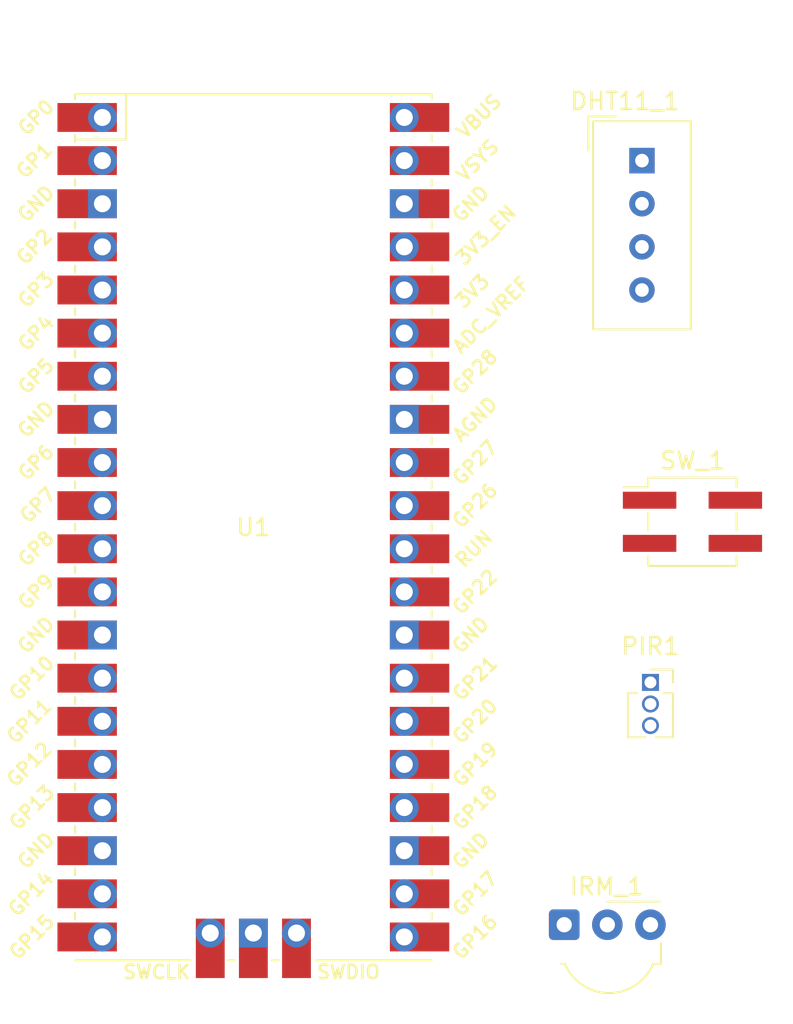
<source format=kicad_pcb>
(kicad_pcb (version 20240108) (generator "pcbnew") (generator_version "8.0")
  (layers (0 "F.Cu" signal) (31 "B.Cu" signal) (34 "B.Paste" user) (35 "F.Paste" user) (36 "B.SilkS" user "B.Silkscreen") (37 "F.SilkS" user "F.Silkscreen") (38 "B.Mask" user) (39 "F.Mask" user) (44 "Edge.Cuts" user))
  (net 0 "")
  (net 1 "GNDREF")
  (net 2 "/GPIO21")
  (net 4 "/VSYS")
  (net 5 "/GPIO22")
  (net 6 "/GPIO7")
  (net 7 "/RUN")
  (net 30 "/GPIO2")
  (net 32 "/GPIO20")
  (footprint "Sensor:Aosong_DHT11_5.5x12.0_P2.54mm" (layer "F.Cu") (at 99.5 48.5)
    (property "Reference" "DHT11_1" (at -1 -3.5 0) (layer "F.SilkS"))
    (property "Value" "温湿度传感器")
    (fp_line (start -3.16 -2.6) (end -3.16 -0.6) (stroke (width 0.12)) (layer "F.SilkS"))
    (fp_line (start -3.16 -2.6) (end -1.55 -2.6) (stroke (width 0.12)) (layer "F.SilkS"))
    (fp_line (start -2.88 9.94) (end -2.88 -2.31) (stroke (width 0.12)) (layer "F.SilkS"))
    (fp_line (start -2.87 -2.32) (end 2.87 -2.32) (stroke (width 0.12)) (layer "F.SilkS"))
    (fp_line (start 2.88 -2.32) (end 2.88 9.94) (stroke (width 0.12)) (layer "F.SilkS"))
    (fp_line (start 2.88 9.94) (end -2.88 9.94) (stroke (width 0.12)) (layer "F.SilkS"))
    (pad "1" thru_hole rect (at 0 0) (size 1.5 1.5) (drill 0.8) (layers "*.Cu" "*.Mask") (net 4 "/VSYS"))
    (pad "2" thru_hole circle (at 0 2.54) (size 1.5 1.5) (drill 0.8) (layers "*.Cu" "*.Mask") (net 2 "/GPIO21"))
    (pad "3" thru_hole circle (at 0 5.08) (size 1.5 1.5) (drill 0.8) (layers "*.Cu" "*.Mask"))
    (pad "4" thru_hole circle (at 0 7.62) (size 1.5 1.5) (drill 0.8) (layers "*.Cu" "*.Mask") (net 1 "GNDREF"))
  )
  (footprint "OptoDevice:Vishay_MOLD-3Pin" (layer "F.Cu") (at 94.92 93.5)
    (property "Reference" "IRM_1" (at 2.5 -2.25 180) (layer "F.SilkS"))
    (property "Value" "红外线接收模块")
    (fp_line (start 0.04 2.3) (end -0.18 2.3) (stroke (width 0.12)) (layer "F.SilkS"))
    (fp_line (start 5.62 -1.36) (end 2.54 -1.36) (stroke (width 0.12)) (layer "F.SilkS"))
    (fp_line (start 5.7 2.3) (end 5.24 2.3) (stroke (width 0.12)) (layer "F.SilkS"))
    (fp_line (start 5.7 2.3) (end 5.7 1.1) (stroke (width 0.12)) (layer "F.SilkS"))
    (fp_arc (start 5.24 2.3) (mid 2.64 4.023119) (end 0.04 2.3) (stroke (width 0.12)) (layer "F.SilkS"))
    (pad "1" thru_hole roundrect (at 0 0) (size 1.8 1.8) (drill 0.9) (layers "*.Cu" "*.Mask") (roundrect_rratio 0.138) (net 5 "/GPIO22"))
    (pad "2" thru_hole circle (at 2.54 0) (size 1.8 1.8) (drill 0.9) (layers "*.Cu" "*.Mask") (net 4 "/VSYS"))
    (pad "3" thru_hole circle (at 5.08 0) (size 1.8 1.8) (drill 0.9) (layers "*.Cu" "*.Mask") (net 1 "GNDREF"))
  )
  (footprint "Connector_PinSocket_1.27mm:PinSocket_1x03_P1.27mm_Vertical" (layer "F.Cu") (at 100 79.23)
    (property "Reference" "PIR1" (at 0 -2.135 0) (layer "F.SilkS"))
    (property "Value" "红外线人体探测模块")
    (fp_line (start -1.33 0.635) (end -1.33 3.235) (stroke (width 0.12)) (layer "F.SilkS"))
    (fp_line (start -1.33 0.635) (end -0.76 0.635) (stroke (width 0.12)) (layer "F.SilkS"))
    (fp_line (start -1.33 3.235) (end -0.30753 3.235) (stroke (width 0.12)) (layer "F.SilkS"))
    (fp_line (start 0 -0.76) (end 1.33 -0.76) (stroke (width 0.12)) (layer "F.SilkS"))
    (fp_line (start 0.30753 3.235) (end 1.33 3.235) (stroke (width 0.12)) (layer "F.SilkS"))
    (fp_line (start 0.76 0.635) (end 1.33 0.635) (stroke (width 0.12)) (layer "F.SilkS"))
    (fp_line (start 1.33 -0.76) (end 1.33 0) (stroke (width 0.12)) (layer "F.SilkS"))
    (fp_line (start 1.33 0.635) (end 1.33 3.235) (stroke (width 0.12)) (layer "F.SilkS"))
    (pad "1" thru_hole rect (at 0 0) (size 1 1) (drill 0.7) (layers "*.Cu" "*.Mask") (net 4 "/VSYS"))
    (pad "2" thru_hole oval (at 0 1.27) (size 1 1) (drill 0.7) (layers "*.Cu" "*.Mask") (net 6 "/GPIO7"))
    (pad "3" thru_hole oval (at 0 2.54) (size 1 1) (drill 0.7) (layers "*.Cu" "*.Mask") (net 1 "GNDREF"))
  )
  (footprint "Connector_PinHeader_2.54mm:PinHeader_2x02_P2.54mm_Vertical_SMD" (layer "F.Cu") (at 102.475 69.77)
    (property "Reference" "SW_1" (at 0 -3.6 0) (layer "F.SilkS"))
    (property "Value" "Reset")
    (fp_line (start -4.04 -2.03) (end -2.6 -2.03) (stroke (width 0.12)) (layer "F.SilkS"))
    (fp_line (start -2.6 -2.6) (end -2.6 -2.03) (stroke (width 0.12)) (layer "F.SilkS"))
    (fp_line (start -2.6 -2.6) (end 2.6 -2.6) (stroke (width 0.12)) (layer "F.SilkS"))
    (fp_line (start -2.6 -0.51) (end -2.6 0.51) (stroke (width 0.12)) (layer "F.SilkS"))
    (fp_line (start -2.6 2.03) (end -2.6 2.6) (stroke (width 0.12)) (layer "F.SilkS"))
    (fp_line (start -2.6 2.6) (end 2.6 2.6) (stroke (width 0.12)) (layer "F.SilkS"))
    (fp_line (start 2.6 -2.6) (end 2.6 -2.03) (stroke (width 0.12)) (layer "F.SilkS"))
    (fp_line (start 2.6 -0.51) (end 2.6 0.51) (stroke (width 0.12)) (layer "F.SilkS"))
    (fp_line (start 2.6 2.03) (end 2.6 2.6) (stroke (width 0.12)) (layer "F.SilkS"))
    (pad "1" smd rect (at -2.525 -1.27) (size 3.15 1) (layers "F.Cu" "F.Paste" "F.Mask") (net 7 "/RUN"))
    (pad "2" smd rect (at 2.525 -1.27) (size 3.15 1) (layers "F.Cu" "F.Paste" "F.Mask") (net 1 "GNDREF"))
    (pad "3" smd rect (at -2.525 1.27) (size 3.15 1) (layers "F.Cu" "F.Paste" "F.Mask"))
    (pad "4" smd rect (at 2.525 1.27) (size 3.15 1) (layers "F.Cu" "F.Paste" "F.Mask"))
  )
  (footprint "MCU_RaspberryPi_and_Boards:RPi_Pico_SMD_TH" (layer "F.Cu") (at 76.61 70.09)
    (property "Reference" "U1" (at 0 0 0) (layer "F.SilkS"))
    (property "Value" "Raspberry Pi Pico")
    (fp_line (start -10.5 -25.5) (end -10.5 -25.2) (stroke (width 0.12)) (layer "F.SilkS"))
    (fp_line (start -10.5 -25.5) (end 10.5 -25.5) (stroke (width 0.12)) (layer "F.SilkS"))
    (fp_line (start -10.5 -23.1) (end -10.5 -22.7) (stroke (width 0.12)) (layer "F.SilkS"))
    (fp_line (start -10.5 -22.833) (end -7.493 -22.833) (stroke (width 0.12)) (layer "F.SilkS"))
    (fp_line (start -10.5 -20.5) (end -10.5 -20.1) (stroke (width 0.12)) (layer "F.SilkS"))
    (fp_line (start -10.5 -18) (end -10.5 -17.6) (stroke (width 0.12)) (layer "F.SilkS"))
    (fp_line (start -10.5 -15.4) (end -10.5 -15) (stroke (width 0.12)) (layer "F.SilkS"))
    (fp_line (start -10.5 -12.9) (end -10.5 -12.5) (stroke (width 0.12)) (layer "F.SilkS"))
    (fp_line (start -10.5 -10.4) (end -10.5 -10) (stroke (width 0.12)) (layer "F.SilkS"))
    (fp_line (start -10.5 -7.8) (end -10.5 -7.4) (stroke (width 0.12)) (layer "F.SilkS"))
    (fp_line (start -10.5 -5.3) (end -10.5 -4.9) (stroke (width 0.12)) (layer "F.SilkS"))
    (fp_line (start -10.5 -2.7) (end -10.5 -2.3) (stroke (width 0.12)) (layer "F.SilkS"))
    (fp_line (start -10.5 -0.2) (end -10.5 0.2) (stroke (width 0.12)) (layer "F.SilkS"))
    (fp_line (start -10.5 2.3) (end -10.5 2.7) (stroke (width 0.12)) (layer "F.SilkS"))
    (fp_line (start -10.5 4.9) (end -10.5 5.3) (stroke (width 0.12)) (layer "F.SilkS"))
    (fp_line (start -10.5 7.4) (end -10.5 7.8) (stroke (width 0.12)) (layer "F.SilkS"))
    (fp_line (start -10.5 10) (end -10.5 10.4) (stroke (width 0.12)) (layer "F.SilkS"))
    (fp_line (start -10.5 12.5) (end -10.5 12.9) (stroke (width 0.12)) (layer "F.SilkS"))
    (fp_line (start -10.5 15.1) (end -10.5 15.5) (stroke (width 0.12)) (layer "F.SilkS"))
    (fp_line (start -10.5 17.6) (end -10.5 18) (stroke (width 0.12)) (layer "F.SilkS"))
    (fp_line (start -10.5 20.1) (end -10.5 20.5) (stroke (width 0.12)) (layer "F.SilkS"))
    (fp_line (start -10.5 22.7) (end -10.5 23.1) (stroke (width 0.12)) (layer "F.SilkS"))
    (fp_line (start -7.493 -22.833) (end -7.493 -25.5) (stroke (width 0.12)) (layer "F.SilkS"))
    (fp_line (start -3.7 25.5) (end -10.5 25.5) (stroke (width 0.12)) (layer "F.SilkS"))
    (fp_line (start -1.5 25.5) (end -1.1 25.5) (stroke (width 0.12)) (layer "F.SilkS"))
    (fp_line (start 1.1 25.5) (end 1.5 25.5) (stroke (width 0.12)) (layer "F.SilkS"))
    (fp_line (start 10.5 -25.5) (end 10.5 -25.2) (stroke (width 0.12)) (layer "F.SilkS"))
    (fp_line (start 10.5 -23.1) (end 10.5 -22.7) (stroke (width 0.12)) (layer "F.SilkS"))
    (fp_line (start 10.5 -20.5) (end 10.5 -20.1) (stroke (width 0.12)) (layer "F.SilkS"))
    (fp_line (start 10.5 -18) (end 10.5 -17.6) (stroke (width 0.12)) (layer "F.SilkS"))
    (fp_line (start 10.5 -15.4) (end 10.5 -15) (stroke (width 0.12)) (layer "F.SilkS"))
    (fp_line (start 10.5 -12.9) (end 10.5 -12.5) (stroke (width 0.12)) (layer "F.SilkS"))
    (fp_line (start 10.5 -10.4) (end 10.5 -10) (stroke (width 0.12)) (layer "F.SilkS"))
    (fp_line (start 10.5 -7.8) (end 10.5 -7.4) (stroke (width 0.12)) (layer "F.SilkS"))
    (fp_line (start 10.5 -5.3) (end 10.5 -4.9) (stroke (width 0.12)) (layer "F.SilkS"))
    (fp_line (start 10.5 -2.7) (end 10.5 -2.3) (stroke (width 0.12)) (layer "F.SilkS"))
    (fp_line (start 10.5 -0.2) (end 10.5 0.2) (stroke (width 0.12)) (layer "F.SilkS"))
    (fp_line (start 10.5 2.3) (end 10.5 2.7) (stroke (width 0.12)) (layer "F.SilkS"))
    (fp_line (start 10.5 4.9) (end 10.5 5.3) (stroke (width 0.12)) (layer "F.SilkS"))
    (fp_line (start 10.5 7.4) (end 10.5 7.8) (stroke (width 0.12)) (layer "F.SilkS"))
    (fp_line (start 10.5 10) (end 10.5 10.4) (stroke (width 0.12)) (layer "F.SilkS"))
    (fp_line (start 10.5 12.5) (end 10.5 12.9) (stroke (width 0.12)) (layer "F.SilkS"))
    (fp_line (start 10.5 15.1) (end 10.5 15.5) (stroke (width 0.12)) (layer "F.SilkS"))
    (fp_line (start 10.5 17.6) (end 10.5 18) (stroke (width 0.12)) (layer "F.SilkS"))
    (fp_line (start 10.5 20.1) (end 10.5 20.5) (stroke (width 0.12)) (layer "F.SilkS"))
    (fp_line (start 10.5 22.7) (end 10.5 23.1) (stroke (width 0.12)) (layer "F.SilkS"))
    (fp_line (start 10.5 25.5) (end 3.7 25.5) (stroke (width 0.12)) (layer "F.SilkS"))
    (fp_text user "AGND" (at 13.054 -6.35 45) (layer "F.SilkS") (effects (font (size 0.8 0.8))))
    (fp_text user "GP22" (at 13.054 3.81 45) (layer "F.SilkS") (effects (font (size 0.8 0.8))))
    (fp_text user "GP8" (at -12.8 1.27 45) (layer "F.SilkS") (effects (font (size 0.8 0.8))))
    (fp_text user "3V3" (at 12.9 -13.9 45) (layer "F.SilkS") (effects (font (size 0.8 0.8))))
    (fp_text user "GP20" (at 13.054 11.43 45) (layer "F.SilkS") (effects (font (size 0.8 0.8))))
    (fp_text user "GP11" (at -13.2 11.43 45) (layer "F.SilkS") (effects (font (size 0.8 0.8))))
    (fp_text user "GP2" (at -12.9 -16.51 45) (layer "F.SilkS") (effects (font (size 0.8 0.8))))
    (fp_text user "GND" (at -12.8 19.05 45) (layer "F.SilkS") (effects (font (size 0.8 0.8))))
    (fp_text user "3V3_EN" (at 13.7 -17.2 45) (layer "F.SilkS") (effects (font (size 0.8 0.8))))
    (fp_text user "GP16" (at 13.054 24.13 45) (layer "F.SilkS") (effects (font (size 0.8 0.8))))
    (fp_text user "GND" (at -12.8 -19.05 45) (layer "F.SilkS") (effects (font (size 0.8 0.8))))
    (fp_text user "ADC_VREF" (at 14 -12.5 45) (layer "F.SilkS") (effects (font (size 0.8 0.8))))
    (fp_text user "GP14" (at -13.1 21.59 45) (layer "F.SilkS") (effects (font (size 0.8 0.8))))
    (fp_text user "GP7" (at -12.7 -1.3 45) (layer "F.SilkS") (effects (font (size 0.8 0.8))))
    (fp_text user "SWDIO" (at 5.6 26.2 0) (layer "F.SilkS") (effects (font (size 0.8 0.8))))
    (fp_text user "GND" (at -12.8 6.35 45) (layer "F.SilkS") (effects (font (size 0.8 0.8))))
    (fp_text user "GND" (at -12.8 -6.35 45) (layer "F.SilkS") (effects (font (size 0.8 0.8))))
    (fp_text user "GP19" (at 13.054 13.97 45) (layer "F.SilkS") (effects (font (size 0.8 0.8))))
    (fp_text user "GP5" (at -12.8 -8.89 45) (layer "F.SilkS") (effects (font (size 0.8 0.8))))
    (fp_text user "GP21" (at 13.054 8.9 45) (layer "F.SilkS") (effects (font (size 0.8 0.8))))
    (fp_text user "GP1" (at -12.9 -21.6 45) (layer "F.SilkS") (effects (font (size 0.8 0.8))))
    (fp_text user "GP26" (at 13.054 -1.27 45) (layer "F.SilkS") (effects (font (size 0.8 0.8))))
    (fp_text user "GP6" (at -12.8 -3.81 45) (layer "F.SilkS") (effects (font (size 0.8 0.8))))
    (fp_text user "GP4" (at -12.8 -11.43 45) (layer "F.SilkS") (effects (font (size 0.8 0.8))))
    (fp_text user "GP15" (at -13.054 24.13 45) (layer "F.SilkS") (effects (font (size 0.8 0.8))))
    (fp_text user "VBUS" (at 13.3 -24.2 45) (layer "F.SilkS") (effects (font (size 0.8 0.8))))
    (fp_text user "GND" (at 12.8 -19.05 45) (layer "F.SilkS") (effects (font (size 0.8 0.8))))
    (fp_text user "GP13" (at -13.054 16.51 45) (layer "F.SilkS") (effects (font (size 0.8 0.8))))
    (fp_text user "RUN" (at 13 1.27 45) (layer "F.SilkS") (effects (font (size 0.8 0.8))))
    (fp_text user "GP17" (at 13.054 21.59 45) (layer "F.SilkS") (effects (font (size 0.8 0.8))))
    (fp_text user "GP12" (at -13.2 13.97 45) (layer "F.SilkS") (effects (font (size 0.8 0.8))))
    (fp_text user "GP18" (at 13.054 16.51 45) (layer "F.SilkS") (effects (font (size 0.8 0.8))))
    (fp_text user "SWCLK" (at -5.7 26.2 0) (layer "F.SilkS") (effects (font (size 0.8 0.8))))
    (fp_text user "GP10" (at -13.054 8.89 45) (layer "F.SilkS") (effects (font (size 0.8 0.8))))
    (fp_text user "GP27" (at 13.054 -3.8 45) (layer "F.SilkS") (effects (font (size 0.8 0.8))))
    (fp_text user "GP28" (at 13.054 -9.144 45) (layer "F.SilkS") (effects (font (size 0.8 0.8))))
    (fp_text user "GP0" (at -12.8 -24.13 45) (layer "F.SilkS") (effects (font (size 0.8 0.8))))
    (fp_text user "GP3" (at -12.8 -13.97 45) (layer "F.SilkS") (effects (font (size 0.8 0.8))))
    (fp_text user "GP9" (at -12.8 3.81 45) (layer "F.SilkS") (effects (font (size 0.8 0.8))))
    (fp_text user "GND" (at 12.8 19.05 45) (layer "F.SilkS") (effects (font (size 0.8 0.8))))
    (fp_text user "GND" (at 12.8 6.35 45) (layer "F.SilkS") (effects (font (size 0.8 0.8))))
    (fp_text user "VSYS" (at 13.2 -21.59 45) (layer "F.SilkS") (effects (font (size 0.8 0.8))))
    (pad "" np_thru_hole oval (at -2.725 -24) (size 1.8 1.8) (drill 1.8) (layers "*.Cu" "*.Mask"))
    (pad "" np_thru_hole oval (at -2.425 -20.97) (size 1.5 1.5) (drill 1.5) (layers "*.Cu" "*.Mask"))
    (pad "" np_thru_hole oval (at 2.425 -20.97) (size 1.5 1.5) (drill 1.5) (layers "*.Cu" "*.Mask"))
    (pad "" np_thru_hole oval (at 2.725 -24) (size 1.8 1.8) (drill 1.8) (layers "*.Cu" "*.Mask"))
    (pad "1" thru_hole oval (at -8.89 -24.13) (size 1.7 1.7) (drill 1) (layers "*.Cu" "*.Mask"))
    (pad "1" smd rect (at -8.89 -24.13) (size 3.5 1.7) (drill (offset -0.9 0)) (layers "F.Cu" "F.Mask"))
    (pad "2" thru_hole oval (at -8.89 -21.59) (size 1.7 1.7) (drill 1) (layers "*.Cu" "*.Mask"))
    (pad "2" smd rect (at -8.89 -21.59) (size 3.5 1.7) (drill (offset -0.9 0)) (layers "F.Cu" "F.Mask"))
    (pad "3" thru_hole rect (at -8.89 -19.05) (size 1.7 1.7) (drill 1) (layers "*.Cu" "*.Mask"))
    (pad "3" smd rect (at -8.89 -19.05) (size 3.5 1.7) (drill (offset -0.9 0)) (layers "F.Cu" "F.Mask"))
    (pad "4" thru_hole oval (at -8.89 -16.51) (size 1.7 1.7) (drill 1) (layers "*.Cu" "*.Mask") (net 30 "/GPIO2"))
    (pad "4" smd rect (at -8.89 -16.51) (size 3.5 1.7) (drill (offset -0.9 0)) (layers "F.Cu" "F.Mask") (net 30 "/GPIO2"))
    (pad "5" thru_hole oval (at -8.89 -13.97) (size 1.7 1.7) (drill 1) (layers "*.Cu" "*.Mask"))
    (pad "5" smd rect (at -8.89 -13.97) (size 3.5 1.7) (drill (offset -0.9 0)) (layers "F.Cu" "F.Mask"))
    (pad "6" thru_hole oval (at -8.89 -11.43) (size 1.7 1.7) (drill 1) (layers "*.Cu" "*.Mask"))
    (pad "6" smd rect (at -8.89 -11.43) (size 3.5 1.7) (drill (offset -0.9 0)) (layers "F.Cu" "F.Mask"))
    (pad "7" thru_hole oval (at -8.89 -8.89) (size 1.7 1.7) (drill 1) (layers "*.Cu" "*.Mask"))
    (pad "7" smd rect (at -8.89 -8.89) (size 3.5 1.7) (drill (offset -0.9 0)) (layers "F.Cu" "F.Mask"))
    (pad "8" thru_hole rect (at -8.89 -6.35) (size 1.7 1.7) (drill 1) (layers "*.Cu" "*.Mask"))
    (pad "8" smd rect (at -8.89 -6.35) (size 3.5 1.7) (drill (offset -0.9 0)) (layers "F.Cu" "F.Mask"))
    (pad "9" thru_hole oval (at -8.89 -3.81) (size 1.7 1.7) (drill 1) (layers "*.Cu" "*.Mask"))
    (pad "9" smd rect (at -8.89 -3.81) (size 3.5 1.7) (drill (offset -0.9 0)) (layers "F.Cu" "F.Mask"))
    (pad "10" thru_hole oval (at -8.89 -1.27) (size 1.7 1.7) (drill 1) (layers "*.Cu" "*.Mask") (net 6 "/GPIO7"))
    (pad "10" smd rect (at -8.89 -1.27) (size 3.5 1.7) (drill (offset -0.9 0)) (layers "F.Cu" "F.Mask") (net 6 "/GPIO7"))
    (pad "11" thru_hole oval (at -8.89 1.27) (size 1.7 1.7) (drill 1) (layers "*.Cu" "*.Mask"))
    (pad "11" smd rect (at -8.89 1.27) (size 3.5 1.7) (drill (offset -0.9 0)) (layers "F.Cu" "F.Mask"))
    (pad "12" thru_hole oval (at -8.89 3.81) (size 1.7 1.7) (drill 1) (layers "*.Cu" "*.Mask"))
    (pad "12" smd rect (at -8.89 3.81) (size 3.5 1.7) (drill (offset -0.9 0)) (layers "F.Cu" "F.Mask"))
    (pad "13" thru_hole rect (at -8.89 6.35) (size 1.7 1.7) (drill 1) (layers "*.Cu" "*.Mask"))
    (pad "13" smd rect (at -8.89 6.35) (size 3.5 1.7) (drill (offset -0.9 0)) (layers "F.Cu" "F.Mask"))
    (pad "14" thru_hole oval (at -8.89 8.89) (size 1.7 1.7) (drill 1) (layers "*.Cu" "*.Mask"))
    (pad "14" smd rect (at -8.89 8.89) (size 3.5 1.7) (drill (offset -0.9 0)) (layers "F.Cu" "F.Mask"))
    (pad "15" thru_hole oval (at -8.89 11.43) (size 1.7 1.7) (drill 1) (layers "*.Cu" "*.Mask"))
    (pad "15" smd rect (at -8.89 11.43) (size 3.5 1.7) (drill (offset -0.9 0)) (layers "F.Cu" "F.Mask"))
    (pad "16" thru_hole oval (at -8.89 13.97) (size 1.7 1.7) (drill 1) (layers "*.Cu" "*.Mask"))
    (pad "16" smd rect (at -8.89 13.97) (size 3.5 1.7) (drill (offset -0.9 0)) (layers "F.Cu" "F.Mask"))
    (pad "17" thru_hole oval (at -8.89 16.51) (size 1.7 1.7) (drill 1) (layers "*.Cu" "*.Mask"))
    (pad "17" smd rect (at -8.89 16.51) (size 3.5 1.7) (drill (offset -0.9 0)) (layers "F.Cu" "F.Mask"))
    (pad "18" thru_hole rect (at -8.89 19.05) (size 1.7 1.7) (drill 1) (layers "*.Cu" "*.Mask"))
    (pad "18" smd rect (at -8.89 19.05) (size 3.5 1.7) (drill (offset -0.9 0)) (layers "F.Cu" "F.Mask"))
    (pad "19" thru_hole oval (at -8.89 21.59) (size 1.7 1.7) (drill 1) (layers "*.Cu" "*.Mask"))
    (pad "19" smd rect (at -8.89 21.59) (size 3.5 1.7) (drill (offset -0.9 0)) (layers "F.Cu" "F.Mask"))
    (pad "20" thru_hole oval (at -8.89 24.13) (size 1.7 1.7) (drill 1) (layers "*.Cu" "*.Mask"))
    (pad "20" smd rect (at -8.89 24.13) (size 3.5 1.7) (drill (offset -0.9 0)) (layers "F.Cu" "F.Mask"))
    (pad "21" thru_hole oval (at 8.89 24.13) (size 1.7 1.7) (drill 1) (layers "*.Cu" "*.Mask"))
    (pad "21" smd rect (at 8.89 24.13) (size 3.5 1.7) (drill (offset 0.9 0)) (layers "F.Cu" "F.Mask"))
    (pad "22" thru_hole oval (at 8.89 21.59) (size 1.7 1.7) (drill 1) (layers "*.Cu" "*.Mask"))
    (pad "22" smd rect (at 8.89 21.59) (size 3.5 1.7) (drill (offset 0.9 0)) (layers "F.Cu" "F.Mask"))
    (pad "23" thru_hole rect (at 8.89 19.05) (size 1.7 1.7) (drill 1) (layers "*.Cu" "*.Mask"))
    (pad "23" smd rect (at 8.89 19.05) (size 3.5 1.7) (drill (offset 0.9 0)) (layers "F.Cu" "F.Mask"))
    (pad "24" thru_hole oval (at 8.89 16.51) (size 1.7 1.7) (drill 1) (layers "*.Cu" "*.Mask"))
    (pad "24" smd rect (at 8.89 16.51) (size 3.5 1.7) (drill (offset 0.9 0)) (layers "F.Cu" "F.Mask"))
    (pad "25" thru_hole oval (at 8.89 13.97) (size 1.7 1.7) (drill 1) (layers "*.Cu" "*.Mask"))
    (pad "25" smd rect (at 8.89 13.97) (size 3.5 1.7) (drill (offset 0.9 0)) (layers "F.Cu" "F.Mask"))
    (pad "26" thru_hole oval (at 8.89 11.43) (size 1.7 1.7) (drill 1) (layers "*.Cu" "*.Mask") (net 32 "/GPIO20"))
    (pad "26" smd rect (at 8.89 11.43) (size 3.5 1.7) (drill (offset 0.9 0)) (layers "F.Cu" "F.Mask") (net 32 "/GPIO20"))
    (pad "27" thru_hole oval (at 8.89 8.89) (size 1.7 1.7) (drill 1) (layers "*.Cu" "*.Mask") (net 2 "/GPIO21"))
    (pad "27" smd rect (at 8.89 8.89) (size 3.5 1.7) (drill (offset 0.9 0)) (layers "F.Cu" "F.Mask") (net 2 "/GPIO21"))
    (pad "28" thru_hole rect (at 8.89 6.35) (size 1.7 1.7) (drill 1) (layers "*.Cu" "*.Mask"))
    (pad "28" smd rect (at 8.89 6.35) (size 3.5 1.7) (drill (offset 0.9 0)) (layers "F.Cu" "F.Mask"))
    (pad "29" thru_hole oval (at 8.89 3.81) (size 1.7 1.7) (drill 1) (layers "*.Cu" "*.Mask") (net 5 "/GPIO22"))
    (pad "29" smd rect (at 8.89 3.81) (size 3.5 1.7) (drill (offset 0.9 0)) (layers "F.Cu" "F.Mask") (net 5 "/GPIO22"))
    (pad "30" thru_hole oval (at 8.89 1.27) (size 1.7 1.7) (drill 1) (layers "*.Cu" "*.Mask") (net 7 "/RUN"))
    (pad "30" smd rect (at 8.89 1.27) (size 3.5 1.7) (drill (offset 0.9 0)) (layers "F.Cu" "F.Mask") (net 7 "/RUN"))
    (pad "31" thru_hole oval (at 8.89 -1.27) (size 1.7 1.7) (drill 1) (layers "*.Cu" "*.Mask"))
    (pad "31" smd rect (at 8.89 -1.27) (size 3.5 1.7) (drill (offset 0.9 0)) (layers "F.Cu" "F.Mask"))
    (pad "32" thru_hole oval (at 8.89 -3.81) (size 1.7 1.7) (drill 1) (layers "*.Cu" "*.Mask"))
    (pad "32" smd rect (at 8.89 -3.81) (size 3.5 1.7) (drill (offset 0.9 0)) (layers "F.Cu" "F.Mask"))
    (pad "33" thru_hole rect (at 8.89 -6.35) (size 1.7 1.7) (drill 1) (layers "*.Cu" "*.Mask"))
    (pad "33" smd rect (at 8.89 -6.35) (size 3.5 1.7) (drill (offset 0.9 0)) (layers "F.Cu" "F.Mask"))
    (pad "34" thru_hole oval (at 8.89 -8.89) (size 1.7 1.7) (drill 1) (layers "*.Cu" "*.Mask"))
    (pad "34" smd rect (at 8.89 -8.89) (size 3.5 1.7) (drill (offset 0.9 0)) (layers "F.Cu" "F.Mask"))
    (pad "35" thru_hole oval (at 8.89 -11.43) (size 1.7 1.7) (drill 1) (layers "*.Cu" "*.Mask"))
    (pad "35" smd rect (at 8.89 -11.43) (size 3.5 1.7) (drill (offset 0.9 0)) (layers "F.Cu" "F.Mask"))
    (pad "36" thru_hole oval (at 8.89 -13.97) (size 1.7 1.7) (drill 1) (layers "*.Cu" "*.Mask"))
    (pad "36" smd rect (at 8.89 -13.97) (size 3.5 1.7) (drill (offset 0.9 0)) (layers "F.Cu" "F.Mask"))
    (pad "37" thru_hole oval (at 8.89 -16.51) (size 1.7 1.7) (drill 1) (layers "*.Cu" "*.Mask"))
    (pad "37" smd rect (at 8.89 -16.51) (size 3.5 1.7) (drill (offset 0.9 0)) (layers "F.Cu" "F.Mask"))
    (pad "38" thru_hole rect (at 8.89 -19.05) (size 1.7 1.7) (drill 1) (layers "*.Cu" "*.Mask") (net 1 "GNDREF"))
    (pad "38" smd rect (at 8.89 -19.05) (size 3.5 1.7) (drill (offset 0.9 0)) (layers "F.Cu" "F.Mask") (net 1 "GNDREF"))
    (pad "39" thru_hole oval (at 8.89 -21.59) (size 1.7 1.7) (drill 1) (layers "*.Cu" "*.Mask") (net 4 "/VSYS"))
    (pad "39" smd rect (at 8.89 -21.59) (size 3.5 1.7) (drill (offset 0.9 0)) (layers "F.Cu" "F.Mask") (net 4 "/VSYS"))
    (pad "40" thru_hole oval (at 8.89 -24.13) (size 1.7 1.7) (drill 1) (layers "*.Cu" "*.Mask"))
    (pad "40" smd rect (at 8.89 -24.13) (size 3.5 1.7) (drill (offset 0.9 0)) (layers "F.Cu" "F.Mask"))
    (pad "41" thru_hole oval (at -2.54 23.9) (size 1.7 1.7) (drill 1) (layers "*.Cu" "*.Mask"))
    (pad "41" smd rect (at -2.54 23.9 90) (size 3.5 1.7) (drill (offset -0.9 0)) (layers "F.Cu" "F.Mask"))
    (pad "42" thru_hole rect (at 0 23.9) (size 1.7 1.7) (drill 1) (layers "*.Cu" "*.Mask"))
    (pad "42" smd rect (at 0 23.9 90) (size 3.5 1.7) (drill (offset -0.9 0)) (layers "F.Cu" "F.Mask"))
    (pad "43" thru_hole oval (at 2.54 23.9) (size 1.7 1.7) (drill 1) (layers "*.Cu" "*.Mask"))
    (pad "43" smd rect (at 2.54 23.9 90) (size 3.5 1.7) (drill (offset -0.9 0)) (layers "F.Cu" "F.Mask"))
  )
)
</source>
